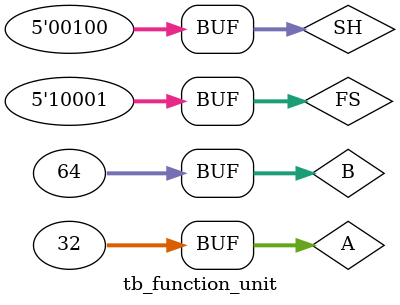
<source format=v>
`timescale 1ns / 1ps

module tb_function_unit;

`include "RISC_header.vh"

reg [0:31] A;
reg [0:31] B;
reg [0:4] FS;
reg [0:4] SH;

wire [0:31] F;
wire Z, V, N, C;

function_unit UUT(A, B, SH, FS, F, Z, V, N, C);

initial {A, B, FS, SH} = 0;

initial 
begin
    #10
    A = 32;
    B = 64;
    
    // test ADD
    #10
    FS = 5'b00010;
    
    // test SUB
    #10
    FS = 5'b00101;
    
    // test AND
    #10
    FS = 5'b01000;
    
    // test OR
    #10
    FS = 5'b01010;
    
    // test XOR
    #10
    FS = 5'b01100;
    
    // test NOT
    #10
    FS = 5'b01110;
    
    // test LSL
    #10
    SH = 5'b00001;
    FS = 5'b10000;
    
    #10
    SH = 5'b00100; 
    
    // test LSR
    #10
    SH = 5'b00001;
    FS = 5'b10001;
    
    #10
    SH = 5'b00100; 
  
end

endmodule

</source>
